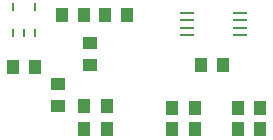
<source format=gbr>
G04 DipTrace 3.2.0.1*
G04 BottomPaste.gbr*
%MOIN*%
G04 #@! TF.FileFunction,Paste,Bot*
G04 #@! TF.Part,Single*
%ADD41R,0.009843X0.029528*%
%ADD43R,0.049213X0.009843*%
%ADD49R,0.051181X0.043307*%
%ADD51R,0.043307X0.051181*%
%FSLAX26Y26*%
G04*
G70*
G90*
G75*
G01*
G04 BotPaste*
%LPD*%
D51*
X1281294Y875001D3*
X1206491D3*
D49*
X837497Y950009D3*
Y875206D3*
D51*
X818745Y662479D3*
X893549D3*
D49*
X731236Y737487D3*
Y812290D3*
D51*
X1331299Y731236D3*
X1406102D3*
X1331299Y662479D3*
X1406102D3*
X1187534Y731236D3*
X1112731D3*
X1187534Y662479D3*
X1112731D3*
X962510Y1043769D3*
X887707D3*
X743738D3*
X818541D3*
X893753Y737487D3*
X818950D3*
X581220Y868751D3*
X656024D3*
D43*
X1337550Y975012D3*
Y1000012D3*
Y1025012D3*
Y1050012D3*
X1162550Y975012D3*
Y1000012D3*
Y1025012D3*
Y1050012D3*
D41*
X581220Y981262D3*
X618622D3*
X581220Y1067877D3*
X656024D3*
Y981262D3*
M02*

</source>
